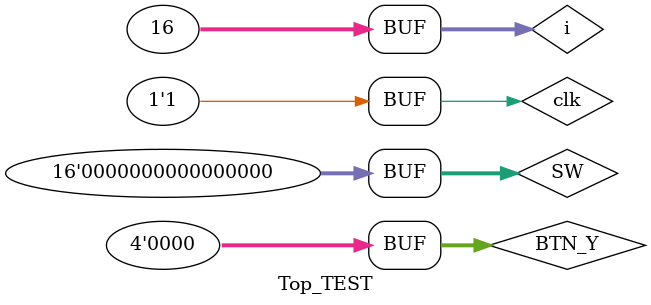
<source format=v>
`timescale 1ns / 1ps


module Top_TEST;

	// Inputs
	reg clk;
	reg [15:0] SW;
	reg [3:0] BTN_Y;

	// Outputs
	wire BTN_X;
	wire [3:0] AN;
	wire [7:0] SEGMENT;

	// Instantiate the Unit Under Test (UUT)
	Top uut (
		.clk(clk), 
		.SW(SW), 
		.BTN_Y(BTN_Y), 
		.BTN_X(BTN_X), 
		.AN(AN), 
		.SEGMENT(SEGMENT)
	);

integer i, j, k;
	initial begin
		// Initialize Inputs
		clk = 0;
		SW = 0;
		BTN_Y = 0;

		// Wait 100 ns for global reset to finish
		#100;
        
		// Add stimulus here
		
		for(i = 0; i < 16; i = i + 1) begin
			BTN_Y[0] = 1; #10;
			BTN_Y[0] = 0; #10;
		end

	end
	
	always begin
		clk = 0; #10;
		clk = 1; #10;
	end
      
endmodule


</source>
